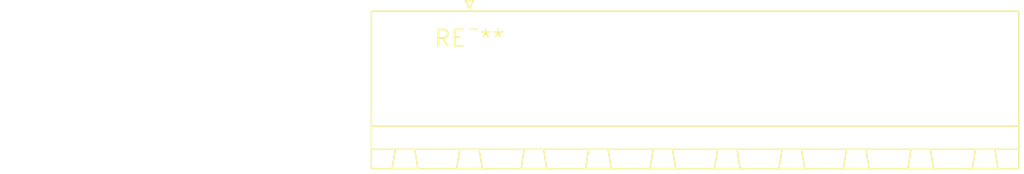
<source format=kicad_pcb>
(kicad_pcb (version 20240108) (generator pcbnew)
  (layers (0 "F.Cu" signal) (31 "B.Cu" signal) (34 "B.Paste" user) (35 "F.Paste" user) (36 "B.SilkS" user "B.Silkscreen") (37 "F.SilkS" user "F.Silkscreen") (38 "B.Mask" user) (39 "F.Mask" user) (44 "Edge.Cuts" user))
  (net 0 "")
  (footprint "PhoenixContact_MSTB_2,5_8-GF_1x08_P5.00mm_Horizontal_ThreadedFlange" (layer "F.Cu") (at 0 0)
    (property "Reference" "REF**")
    (property "Value" "PhoenixContact_MSTB_2,5_8-GF_1x08_P5.00mm_Horizontal_ThreadedFlange")
    (fp_line (start -7.61 -2.11) (end -7.61 10.11) (layer "F.SilkS") (stroke (width 0.12)))
    (fp_line (start -7.61 6.81) (end 42.61 6.81) (layer "F.SilkS") (stroke (width 0.12)))
    (fp_line (start -7.61 8.61) (end -7.61 6.81) (layer "F.SilkS") (stroke (width 0.12)))
    (fp_line (start -7.61 10.11) (end 42.61 10.11) (layer "F.SilkS") (stroke (width 0.12)))
    (fp_line (start -6 10.11) (end -4 10.11) (layer "F.SilkS") (stroke (width 0.12)))
    (fp_line (start -5.75 8.61) (end -6 10.11) (layer "F.SilkS") (stroke (width 0.12)))
    (fp_line (start -4.25 8.61) (end -5.75 8.61) (layer "F.SilkS") (stroke (width 0.12)))
    (fp_line (start -4 10.11) (end -4.25 8.61) (layer "F.SilkS") (stroke (width 0.12)))
    (fp_line (start -1 10.11) (end 1 10.11) (layer "F.SilkS") (stroke (width 0.12)))
    (fp_line (start -0.75 8.61) (end -1 10.11) (layer "F.SilkS") (stroke (width 0.12)))
    (fp_line (start -0.3 -2.91) (end 0.3 -2.91) (layer "F.SilkS") (stroke (width 0.12)))
    (fp_line (start 0 -2.31) (end -0.3 -2.91) (layer "F.SilkS") (stroke (width 0.12)))
    (fp_line (start 0.3 -2.91) (end 0 -2.31) (layer "F.SilkS") (stroke (width 0.12)))
    (fp_line (start 0.75 8.61) (end -0.75 8.61) (layer "F.SilkS") (stroke (width 0.12)))
    (fp_line (start 1 10.11) (end 0.75 8.61) (layer "F.SilkS") (stroke (width 0.12)))
    (fp_line (start 4 10.11) (end 6 10.11) (layer "F.SilkS") (stroke (width 0.12)))
    (fp_line (start 4.25 8.61) (end 4 10.11) (layer "F.SilkS") (stroke (width 0.12)))
    (fp_line (start 5.75 8.61) (end 4.25 8.61) (layer "F.SilkS") (stroke (width 0.12)))
    (fp_line (start 6 10.11) (end 5.75 8.61) (layer "F.SilkS") (stroke (width 0.12)))
    (fp_line (start 9 10.11) (end 11 10.11) (layer "F.SilkS") (stroke (width 0.12)))
    (fp_line (start 9.25 8.61) (end 9 10.11) (layer "F.SilkS") (stroke (width 0.12)))
    (fp_line (start 10.75 8.61) (end 9.25 8.61) (layer "F.SilkS") (stroke (width 0.12)))
    (fp_line (start 11 10.11) (end 10.75 8.61) (layer "F.SilkS") (stroke (width 0.12)))
    (fp_line (start 14 10.11) (end 16 10.11) (layer "F.SilkS") (stroke (width 0.12)))
    (fp_line (start 14.25 8.61) (end 14 10.11) (layer "F.SilkS") (stroke (width 0.12)))
    (fp_line (start 15.75 8.61) (end 14.25 8.61) (layer "F.SilkS") (stroke (width 0.12)))
    (fp_line (start 16 10.11) (end 15.75 8.61) (layer "F.SilkS") (stroke (width 0.12)))
    (fp_line (start 19 10.11) (end 21 10.11) (layer "F.SilkS") (stroke (width 0.12)))
    (fp_line (start 19.25 8.61) (end 19 10.11) (layer "F.SilkS") (stroke (width 0.12)))
    (fp_line (start 20.75 8.61) (end 19.25 8.61) (layer "F.SilkS") (stroke (width 0.12)))
    (fp_line (start 21 10.11) (end 20.75 8.61) (layer "F.SilkS") (stroke (width 0.12)))
    (fp_line (start 24 10.11) (end 26 10.11) (layer "F.SilkS") (stroke (width 0.12)))
    (fp_line (start 24.25 8.61) (end 24 10.11) (layer "F.SilkS") (stroke (width 0.12)))
    (fp_line (start 25.75 8.61) (end 24.25 8.61) (layer "F.SilkS") (stroke (width 0.12)))
    (fp_line (start 26 10.11) (end 25.75 8.61) (layer "F.SilkS") (stroke (width 0.12)))
    (fp_line (start 29 10.11) (end 31 10.11) (layer "F.SilkS") (stroke (width 0.12)))
    (fp_line (start 29.25 8.61) (end 29 10.11) (layer "F.SilkS") (stroke (width 0.12)))
    (fp_line (start 30.75 8.61) (end 29.25 8.61) (layer "F.SilkS") (stroke (width 0.12)))
    (fp_line (start 31 10.11) (end 30.75 8.61) (layer "F.SilkS") (stroke (width 0.12)))
    (fp_line (start 34 10.11) (end 36 10.11) (layer "F.SilkS") (stroke (width 0.12)))
    (fp_line (start 34.25 8.61) (end 34 10.11) (layer "F.SilkS") (stroke (width 0.12)))
    (fp_line (start 35.75 8.61) (end 34.25 8.61) (layer "F.SilkS") (stroke (width 0.12)))
    (fp_line (start 36 10.11) (end 35.75 8.61) (layer "F.SilkS") (stroke (width 0.12)))
    (fp_line (start 39 10.11) (end 41 10.11) (layer "F.SilkS") (stroke (width 0.12)))
    (fp_line (start 39.25 8.61) (end 39 10.11) (layer "F.SilkS") (stroke (width 0.12)))
    (fp_line (start 40.75 8.61) (end 39.25 8.61) (layer "F.SilkS") (stroke (width 0.12)))
    (fp_line (start 41 10.11) (end 40.75 8.61) (layer "F.SilkS") (stroke (width 0.12)))
    (fp_line (start 42.61 -2.11) (end -7.61 -2.11) (layer "F.SilkS") (stroke (width 0.12)))
    (fp_line (start 42.61 6.81) (end 42.61 8.61) (layer "F.SilkS") (stroke (width 0.12)))
    (fp_line (start 42.61 8.61) (end -7.61 8.61) (layer "F.SilkS") (stroke (width 0.12)))
    (fp_line (start 42.61 10.11) (end 42.61 -2.11) (layer "F.SilkS") (stroke (width 0.12)))
    (pad "1" thru_hole roundrect (at 0 0) (size 2 3.6) (drill 1.4) (layers *.Cu *.Mask) (remove_unused_layers) (roundrect_rratio 0.125))
    (pad "2" thru_hole oval (at 5 0) (size 2 3.6) (drill 1.4) (layers *.Cu *.Mask) (remove_unused_layers))
    (pad "3" thru_hole oval (at 10 0) (size 2 3.6) (drill 1.4) (layers *.Cu *.Mask) (remove_unused_layers))
    (pad "4" thru_hole oval (at 15 0) (size 2 3.6) (drill 1.4) (layers *.Cu *.Mask) (remove_unused_layers))
    (pad "5" thru_hole oval (at 20 0) (size 2 3.6) (drill 1.4) (layers *.Cu *.Mask) (remove_unused_layers))
    (pad "6" thru_hole oval (at 25 0) (size 2 3.6) (drill 1.4) (layers *.Cu *.Mask) (remove_unused_layers))
    (pad "7" thru_hole oval (at 30 0) (size 2 3.6) (drill 1.4) (layers *.Cu *.Mask) (remove_unused_layers))
    (pad "8" thru_hole oval (at 35 0) (size 2 3.6) (drill 1.4) (layers *.Cu *.Mask) (remove_unused_layers))
  )
)
</source>
